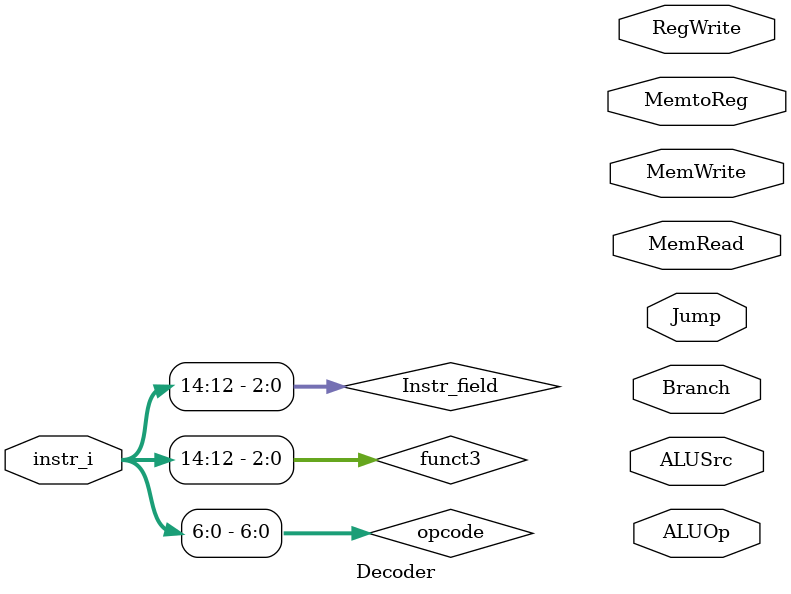
<source format=v>
`timescale 1ns/1ps

module Decoder(
    input      [32-1:0] instr_i,
    output reg          Branch,
    output reg          ALUSrc,
    output reg          RegWrite,
    output reg [2-1:0]  ALUOp,
    output reg          MemRead,
    output reg          MemWrite,
    output reg          MemtoReg,
    output reg          Jump
);

//Internal Signals
wire    [7-1:0]     opcode;
wire    [3-1:0]     funct3;
wire    [3-1:0]     Instr_field;
wire    [9:0]       Ctrl_o;

/* Write your code HERE */

assign opcode = instr_i[7-1:0];
assign funct3 = instr_i[14:12];
assign Instr_field = {instr_i[30], funct3};

parameter [7-1:0] Rtype =  7'b0110011;
parameter [7-1:0] Itype =  7'b0010011;
parameter [7-1:0] load =   7'b0000011;
parameter [7-1:0] store =  7'b0100011;
parameter [7-1:0] branch = 7'b1100011;
parameter [7-1:0] jal =    7'b1101111;
parameter [7-1:0] jalr =   7'b1100111;

assign Ctrl_o[9] = (instr_i == Rtype) || (instr_i == Itype) || (instr_i == load) || (instr_i == jal) || (instr_i == jalr); // RegWrite
assign Ctrl_o[8] = (instr_i == branch); // branch
assign Ctrl_o[7] = (instr_i == jal) || (instr_i == jalr); // jump
assign Ctrl_o[6] = (instr_i == load); // memtoreg
assign Ctrl_o[5] = (instr_i == load); // memread
assign Ctrl_o[4] = (instr_i == store); // memwrite
//assign Ctrl_o[3] //
assign Ctrl_o[2] = (instr_i == Itype) || (instr_i == load) || (instr_i == store); // ALUSrc
assign Ctrl_o[1] = (instr_i == Rtype) || (instr_i == Itype); // ALUOp[1]
assign Ctrl_o[0] = (instr_i == Itype) || (instr_i == branch); // ALUOp[0]


endmodule








</source>
